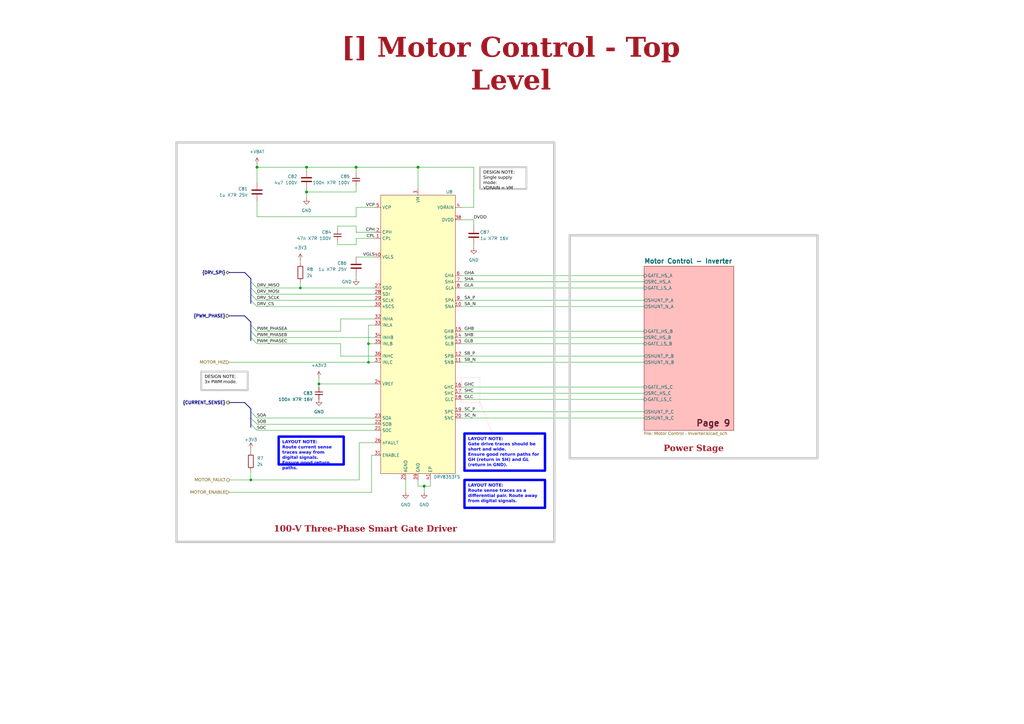
<source format=kicad_sch>
(kicad_sch (version 20230121) (generator eeschema)
  (paper "A3")
  (title_block (title "Motor Control - Top Level") (date "2023-10-16") (rev "${REVISION}") (company "${COMPANY}"))
  (lib_symbols
    (symbol "0_motor_driver:DRV8353FS"
      (property "Reference" "U" (at -13.97 86.36 0))
      (property "Value" "DRV8353FS" (at 7.62 0 0))
      (symbol "DRV8353FS_1_1"
        (rectangle (start -15.24 95.25) (end 15.24 -19.05) (fill (type background)))
        (pin passive line (at -17.78 77.47 0) (length 2.54) (name "CPL") (number "1"))
        (pin input line (at 17.78 49.53 180) (length 2.54) (name "SNA") (number "10"))
        (pin input line (at 17.78 26.67 180) (length 2.54) (name "SNB") (number "11"))
        (pin input line (at 17.78 29.21 180) (length 2.54) (name "SPB") (number "12"))
        (pin output line (at 17.78 34.29 180) (length 2.54) (name "GLB") (number "13"))
        (pin input line (at 17.78 36.83 180) (length 2.54) (name "SHB") (number "14"))
        (pin output line (at 17.78 39.37 180) (length 2.54) (name "GHB") (number "15"))
        (pin output line (at 17.78 16.51 180) (length 2.54) (name "GHC") (number "16"))
        (pin input line (at 17.78 13.97 180) (length 2.54) (name "SHC") (number "17"))
        (pin output line (at 17.78 11.43 180) (length 2.54) (name "GLC") (number "18"))
        (pin input line (at 17.78 6.35 180) (length 2.54) (name "SPC") (number "19"))
        (pin passive line (at -17.78 80.01 0) (length 2.54) (name "CPH") (number "2"))
        (pin input line (at 17.78 3.81 180) (length 2.54) (name "SNC") (number "20"))
        (pin output line (at -17.78 -1.27 0) (length 2.54) (name "SOC") (number "21"))
        (pin output line (at -17.78 1.27 0) (length 2.54) (name "SOB") (number "22"))
        (pin output line (at -17.78 3.81 0) (length 2.54) (name "SOA") (number "23"))
        (pin power_in line (at -17.78 17.78 0) (length 2.54) (name "VREF") (number "24"))
        (pin power_in line (at -5.08 -21.59 90) (length 2.54) (name "AGND") (number "25"))
        (pin open_collector line (at -17.78 -6.35 0) (length 2.54) (name "nFAULT") (number "26"))
        (pin open_collector line (at -17.78 57.15 0) (length 2.54) (name "SDO") (number "27"))
        (pin input line (at -17.78 54.61 0) (length 2.54) (name "SDI") (number "28"))
        (pin input line (at -17.78 52.07 0) (length 2.54) (name "SCLK") (number "29"))
        (pin power_in line (at 0 97.79 270) (length 2.54) (name "VM") (number "3"))
        (pin input line (at -17.78 49.53 0) (length 2.54) (name "nSCS") (number "30"))
        (pin input line (at -17.78 -11.43 0) (length 2.54) (name "ENABLE") (number "31"))
        (pin input line (at -17.78 44.45 0) (length 2.54) (name "INHA") (number "32"))
        (pin input line (at -17.78 41.91 0) (length 2.54) (name "INLA") (number "33"))
        (pin input line (at -17.78 36.83 0) (length 2.54) (name "INHB") (number "34"))
        (pin input line (at -17.78 34.29 0) (length 2.54) (name "INLB") (number "35"))
        (pin input line (at -17.78 29.21 0) (length 2.54) (name "INHC") (number "36"))
        (pin input line (at -17.78 26.67 0) (length 2.54) (name "INLC") (number "37"))
        (pin power_out line (at 17.78 85.09 180) (length 2.54) (name "DVDD") (number "38"))
        (pin power_in line (at 0 -21.59 90) (length 2.54) (name "GND") (number "39"))
        (pin input line (at 17.78 90.17 180) (length 2.54) (name "VDRAIN") (number "4"))
        (pin passive line (at -17.78 69.85 0) (length 2.54) (name "VGLS") (number "40"))
        (pin passive line (at 5.08 -21.59 90) (length 2.54) (name "EP") (number "41"))
        (pin passive line (at -17.78 90.17 0) (length 2.54) (name "VCP") (number "5"))
        (pin output line (at 17.78 62.23 180) (length 2.54) (name "GHA") (number "6"))
        (pin input line (at 17.78 59.69 180) (length 2.54) (name "SHA") (number "7"))
        (pin output line (at 17.78 57.15 180) (length 2.54) (name "GLA") (number "8"))
        (pin input line (at 17.78 52.07 180) (length 2.54) (name "SPA") (number "9"))
      )
    )
    (symbol "0_power_symbols:+A3V3" (power) (pin_names (offset 0))
      (property "Value" "+A3V3" (at 0 3.556 0))
      (symbol "+A3V3_0_1"
        (polyline (pts (xy -0.762 1.27) (xy 0 2.54)))
        (polyline (pts (xy 0 0) (xy 0 2.54)))
        (polyline (pts (xy 0 2.54) (xy 0.762 1.27)))
      )
      (symbol "+A3V3_1_1"
        (pin power_in line (at 0 0 90) (length 0) hide (name "+A3V3") (number "1"))
      )
    )
    (symbol "0_power_symbols:+VBAT" (power) (pin_names (offset 0))
      (property "Value" "+VBAT" (at 0 3.556 0))
      (symbol "+VBAT_0_1"
        (polyline (pts (xy -0.762 1.27) (xy 0 2.54)))
        (polyline (pts (xy 0 0) (xy 0 2.54)))
        (polyline (pts (xy 0 2.54) (xy 0.762 1.27)))
      )
      (symbol "+VBAT_1_1"
        (pin power_in line (at 0 0 90) (length 0) hide (name "+VBAT") (number "1"))
      )
    )
    (symbol "Device:C" (pin_numbers hide) (pin_names (offset 0.254))
      (property "Reference" "C" (at 0.635 2.54 0))
      (property "Value" "C" (at 0.635 -2.54 0))
      (symbol "C_0_1"
        (polyline (pts (xy -2.032 -0.762) (xy 2.032 -0.762)) (stroke (width 0.508)))
        (polyline (pts (xy -2.032 0.762) (xy 2.032 0.762)) (stroke (width 0.508)))
      )
      (symbol "C_1_1"
        (pin passive line (at 0 3.81 270) (length 2.794) (name "~") (number "1"))
        (pin passive line (at 0 -3.81 90) (length 2.794) (name "~") (number "2"))
      )
    )
    (symbol "Device:C_Small" (pin_numbers hide) (pin_names (offset 0.254) hide)
      (property "Reference" "C" (at 0.254 1.778 0))
      (property "Value" "C_Small" (at 0.254 -2.032 0))
      (symbol "C_Small_0_1"
        (polyline (pts (xy -1.524 -0.508) (xy 1.524 -0.508)) (stroke (width 0.3302)))
        (polyline (pts (xy -1.524 0.508) (xy 1.524 0.508)) (stroke (width 0.3048)))
      )
      (symbol "C_Small_1_1"
        (pin passive line (at 0 2.54 270) (length 2.032) (name "~") (number "1"))
        (pin passive line (at 0 -2.54 90) (length 2.032) (name "~") (number "2"))
      )
    )
    (symbol "Device:R" (pin_numbers hide) (pin_names (offset 0))
      (property "Reference" "R" (at 2.032 0 90))
      (property "Value" "R" (at 0 0 90))
      (symbol "R_0_1"
        (rectangle (start -1.016 -2.54) (end 1.016 2.54) (stroke (width 0.254)))
      )
      (symbol "R_1_1"
        (pin passive line (at 0 3.81 270) (length 1.27) (name "~") (number "1"))
        (pin passive line (at 0 -3.81 90) (length 1.27) (name "~") (number "2"))
      )
    )
    (symbol "power:+3V3" (power) (pin_names (offset 0))
      (property "Value" "+3V3" (at 0 3.556 0))
      (symbol "+3V3_0_1"
        (polyline (pts (xy -0.762 1.27) (xy 0 2.54)))
        (polyline (pts (xy 0 0) (xy 0 2.54)))
        (polyline (pts (xy 0 2.54) (xy 0.762 1.27)))
      )
      (symbol "+3V3_1_1"
        (pin power_in line (at 0 0 90) (length 0) hide (name "+3V3") (number "1"))
      )
    )
    (symbol "power:GND" (power) (pin_names (offset 0))
      (property "Value" "GND" (at 0 -3.81 0))
      (symbol "GND_0_1"
        (polyline (pts (xy 0 0) (xy 0 -1.27) (xy 1.27 -1.27) (xy 0 -2.54) (xy -1.27 -1.27) (xy 0 -1.27)))
      )
      (symbol "GND_1_1"
        (pin power_in line (at 0 0 270) (length 0) hide (name "GND") (number "1"))
      )
    )
  )
  (junction (at 125.73 78.74) (diameter 1.016))
  (junction (at 146.05 68.58) (diameter 1.016))
  (junction (at 125.73 68.58) (diameter 1.016))
  (junction (at 173.99 199.39) (diameter 1.016))
  (junction (at 105.41 68.58) (diameter 1.016))
  (junction (at 171.45 68.58) (diameter 1.016))
  (junction (at 123.19 118.11))
  (junction (at 130.81 157.48))
  (junction (at 151.13 140.97))
  (junction (at 102.87 196.85))
  (junction (at 151.13 148.59))
  (bus_entry (at 105.41 123.19) (size -2.54 -2.54))
  (bus_entry (at 105.41 176.53) (size -2.54 -2.54))
  (bus_entry (at 105.41 140.97) (size -2.54 -2.54))
  (bus_entry (at 105.41 171.45) (size -2.54 -2.54))
  (bus_entry (at 105.41 125.73) (size -2.54 -2.54))
  (bus_entry (at 105.41 173.99) (size -2.54 -2.54))
  (bus_entry (at 105.41 120.65) (size -2.54 -2.54))
  (bus_entry (at 105.41 118.11) (size -2.54 -2.54))
  (bus_entry (at 105.41 138.43) (size -2.54 -2.54))
  (bus_entry (at 105.41 135.89) (size -2.54 -2.54))
  (wire (pts (xy 189.23 146.05) (xy 264.16 146.05)))
  (wire (pts (xy 138.43 92.71) (xy 146.05 92.71)))
  (bus (pts (xy 102.87 118.11) (xy 102.87 120.65)))
  (wire (pts (xy 171.45 68.58) (xy 194.31 68.58)))
  (wire (pts (xy 152.4 186.69) (xy 153.67 186.69)))
  (wire (pts (xy 105.41 171.45) (xy 153.67 171.45)))
  (wire (pts (xy 123.19 115.57) (xy 123.19 118.11)))
  (wire (pts (xy 105.41 138.43) (xy 153.67 138.43)))
  (wire (pts (xy 138.43 100.33) (xy 146.05 100.33)))
  (bus (pts (xy 100.33 111.76) (xy 93.98 111.76)))
  (wire (pts (xy 194.31 90.17) (xy 189.23 90.17)))
  (wire (pts (xy 105.41 140.97) (xy 139.7 140.97)))
  (wire (pts (xy 173.99 201.93) (xy 173.99 199.39)))
  (bus (pts (xy 102.87 167.64) (xy 100.33 165.1)))
  (bus (pts (xy 102.87 138.43) (xy 102.87 139.7)))
  (wire (pts (xy 146.05 105.41) (xy 153.67 105.41)))
  (wire (pts (xy 194.31 100.33) (xy 194.31 101.6)))
  (wire (pts (xy 105.41 88.9) (xy 146.05 88.9)))
  (wire (pts (xy 171.45 68.58) (xy 171.45 77.47)))
  (wire (pts (xy 130.81 157.48) (xy 130.81 158.75)))
  (bus (pts (xy 102.87 132.08) (xy 100.33 129.54)))
  (bus (pts (xy 102.87 167.64) (xy 102.87 168.91)))
  (wire (pts (xy 171.45 199.39) (xy 173.99 199.39)))
  (wire (pts (xy 153.67 146.05) (xy 139.7 146.05)))
  (wire (pts (xy 102.87 196.85) (xy 147.32 196.85)))
  (bus (pts (xy 102.87 120.65) (xy 102.87 123.19)))
  (wire (pts (xy 146.05 100.33) (xy 146.05 97.79)))
  (bus (pts (xy 102.87 133.35) (xy 102.87 135.89)))
  (wire (pts (xy 189.23 138.43) (xy 264.16 138.43)))
  (bus (pts (xy 102.87 115.57) (xy 102.87 118.11)))
  (wire (pts (xy 153.67 133.35) (xy 151.13 133.35)))
  (wire (pts (xy 93.98 196.85) (xy 102.87 196.85)))
  (wire (pts (xy 189.23 125.73) (xy 264.16 125.73)))
  (wire (pts (xy 189.23 158.75) (xy 264.16 158.75)))
  (bus (pts (xy 102.87 123.19) (xy 102.87 124.46)))
  (wire (pts (xy 102.87 184.15) (xy 102.87 185.42)))
  (wire (pts (xy 151.13 148.59) (xy 153.67 148.59)))
  (wire (pts (xy 166.37 196.85) (xy 166.37 201.93)))
  (wire (pts (xy 102.87 193.04) (xy 102.87 196.85)))
  (wire (pts (xy 125.73 68.58) (xy 125.73 69.85)))
  (wire (pts (xy 152.4 201.93) (xy 152.4 186.69)))
  (wire (pts (xy 123.19 106.68) (xy 123.19 107.95)))
  (wire (pts (xy 146.05 85.09) (xy 153.67 85.09)))
  (wire (pts (xy 146.05 78.74) (xy 146.05 76.2)))
  (wire (pts (xy 189.23 118.11) (xy 264.16 118.11)))
  (wire (pts (xy 146.05 88.9) (xy 146.05 85.09)))
  (wire (pts (xy 105.41 68.58) (xy 105.41 74.93)))
  (wire (pts (xy 189.23 135.89) (xy 264.16 135.89)))
  (wire (pts (xy 105.41 118.11) (xy 123.19 118.11)))
  (wire (pts (xy 139.7 146.05) (xy 139.7 140.97)))
  (wire (pts (xy 93.98 201.93) (xy 152.4 201.93)))
  (wire (pts (xy 125.73 68.58) (xy 146.05 68.58)))
  (wire (pts (xy 93.98 148.59) (xy 151.13 148.59)))
  (wire (pts (xy 105.41 176.53) (xy 153.67 176.53)))
  (wire (pts (xy 176.53 199.39) (xy 176.53 196.85)))
  (wire (pts (xy 171.45 199.39) (xy 171.45 196.85)))
  (wire (pts (xy 189.23 161.29) (xy 264.16 161.29)))
  (wire (pts (xy 105.41 67.31) (xy 105.41 68.58)))
  (wire (pts (xy 151.13 140.97) (xy 151.13 148.59)))
  (wire (pts (xy 189.23 113.03) (xy 264.16 113.03)))
  (wire (pts (xy 105.41 82.55) (xy 105.41 88.9)))
  (wire (pts (xy 189.23 171.45) (xy 264.16 171.45)))
  (wire (pts (xy 189.23 85.09) (xy 194.31 85.09)))
  (wire (pts (xy 151.13 133.35) (xy 151.13 140.97)))
  (wire (pts (xy 105.41 173.99) (xy 153.67 173.99)))
  (wire (pts (xy 189.23 115.57) (xy 264.16 115.57)))
  (wire (pts (xy 125.73 78.74) (xy 125.73 77.47)))
  (wire (pts (xy 105.41 125.73) (xy 153.67 125.73)))
  (bus (pts (xy 102.87 114.3) (xy 102.87 115.57)))
  (wire (pts (xy 147.32 181.61) (xy 153.67 181.61)))
  (wire (pts (xy 139.7 130.81) (xy 153.67 130.81)))
  (bus (pts (xy 102.87 135.89) (xy 102.87 138.43)))
  (polyline (pts (xy 196.85 165.1) (xy 201.93 177.8)) (stroke (width 0) (type dot) (color 255 0 0 1)))
  (wire (pts (xy 130.81 157.48) (xy 153.67 157.48)))
  (bus (pts (xy 102.87 114.3) (xy 100.33 111.76)))
  (bus (pts (xy 100.33 165.1) (xy 93.98 165.1)))
  (bus (pts (xy 102.87 171.45) (xy 102.87 173.99)))
  (wire (pts (xy 151.13 140.97) (xy 153.67 140.97)))
  (wire (pts (xy 189.23 163.83) (xy 264.16 163.83)))
  (wire (pts (xy 125.73 78.74) (xy 125.73 81.28)))
  (wire (pts (xy 147.32 196.85) (xy 147.32 181.61)))
  (wire (pts (xy 189.23 148.59) (xy 264.16 148.59)))
  (wire (pts (xy 146.05 92.71) (xy 146.05 95.25)))
  (wire (pts (xy 146.05 95.25) (xy 153.67 95.25)))
  (wire (pts (xy 105.41 135.89) (xy 139.7 135.89)))
  (wire (pts (xy 189.23 168.91) (xy 264.16 168.91)))
  (wire (pts (xy 105.41 68.58) (xy 125.73 68.58)))
  (wire (pts (xy 194.31 92.71) (xy 194.31 90.17)))
  (wire (pts (xy 146.05 68.58) (xy 146.05 71.12)))
  (wire (pts (xy 138.43 99.06) (xy 138.43 100.33)))
  (wire (pts (xy 138.43 92.71) (xy 138.43 93.98)))
  (wire (pts (xy 146.05 68.58) (xy 171.45 68.58)))
  (wire (pts (xy 194.31 68.58) (xy 194.31 85.09)))
  (wire (pts (xy 189.23 140.97) (xy 264.16 140.97)))
  (wire (pts (xy 125.73 78.74) (xy 146.05 78.74)))
  (wire (pts (xy 139.7 135.89) (xy 139.7 130.81)))
  (wire (pts (xy 105.41 123.19) (xy 153.67 123.19)))
  (bus (pts (xy 102.87 173.99) (xy 102.87 175.26)))
  (wire (pts (xy 105.41 120.65) (xy 153.67 120.65)))
  (bus (pts (xy 102.87 168.91) (xy 102.87 171.45)))
  (wire (pts (xy 146.05 113.03) (xy 146.05 114.3)))
  (bus (pts (xy 100.33 129.54) (xy 93.98 129.54)))
  (wire (pts (xy 146.05 97.79) (xy 153.67 97.79)))
  (wire (pts (xy 173.99 199.39) (xy 176.53 199.39)))
  (wire (pts (xy 123.19 118.11) (xy 153.67 118.11)))
  (bus (pts (xy 102.87 132.08) (xy 102.87 133.35)))
  (wire (pts (xy 189.23 123.19) (xy 264.16 123.19)))
  (wire (pts (xy 130.81 154.94) (xy 130.81 157.48)))
  (rectangle (start 189.23 154.94) (end 196.85 165.1) (stroke (width 0) (type dot) (color 255 0 0 1)))
  (rectangle (start 72.39 58.42) (end 227.33 222.25) (stroke (width 1) (color 200 200 200 1)))
  (rectangle (start 233.68 96.52) (end 335.28 187.96) (stroke (width 1) (color 200 200 200 1)))
  (text_box "DESIGN NOTE:\n3x PWM mode." (at 82.55 152.4 0) (size 19.05 7.62) (stroke (width 0.8) (color 200 200 200 1)) (effects (font (size 1.27 1.27)) (justify left top)))
  (text_box "[${#}] ${TITLE}" (at 128.27 20.32 0) (size 162.56 12.7) (stroke (width -0.0001)) (effects (font (size 8 8) (thickness 1.2) bold)))
  (text_box "LAYOUT NOTE:\nGate drive traces should be short and wide. \nEnsure good return paths for GH (return in SH) and GL (return in GND)." (at 190.5 177.8 0) (size 33.02 15.24) (stroke (width 1) (color 0 0 255 1)) (effects (font (size 1.27 1.27) (thickness 0.4) bold) (justify left top)))
  (text_box "LAYOUT NOTE:\nRoute sense traces as a differential pair. Route away from digital signals." (at 190.5 196.85 0) (size 33.02 11.43) (stroke (width 1) (color 0 0 255 1)) (effects (font (size 1.27 1.27) (thickness 0.4) bold) (justify left top)))
  (text_box "DESIGN NOTE:\nSingle supply mode:\nVDRAIN = VM" (at 196.85 68.58 0) (size 19.05 8.89) (stroke (width 0.8) (color 200 200 200 1)) (effects (font (size 1.27 1.27)) (justify left top)))
  (text_box "LAYOUT NOTE:\nRoute current sense traces away from digital signals.\nEnsure good return paths." (at 114.3 179.07 0) (size 26.67 11.43) (stroke (width 1) (color 0 0 255 1)) (effects (font (size 1.27 1.27) (thickness 0.4) bold) (justify left top)))
  (text_box "Power Stage" (at 236.22 177.8 0) (size 96.52 9.525) (stroke (width -0.0001)) (effects (font (size 2.54 2.54) (thickness 0.508) bold) (justify bottom)))
  (text_box "100-V Three-Phase Smart Gate Driver" (at 73.66 210.82 0) (size 152.4 9.525) (stroke (width -0.0001)) (effects (font (size 2.54 2.54) (thickness 0.508) bold) (justify bottom)))
  (text "Page 9" (at 299.72 175.26 0) (effects (font (size 2.54 2.54) bold) (justify right bottom)))
  (label "DRV_MOSI" (at 105.41 120.65 0))
  (label "SB_P" (at 190.5 146.05 0))
  (label "PWM_PHASEA" (at 105.41 135.89 0))
  (label "SHA" (at 190.5 115.57 0))
  (label "SOA" (at 105.41 171.45 0))
  (label "DRV_CS" (at 105.41 125.73 0))
  (label "GLA" (at 190.5 118.11 0))
  (label "PWM_PHASEB" (at 105.41 138.43 0))
  (label "GLC" (at 190.5 163.83 0))
  (label "SB_N" (at 190.5 148.59 0))
  (label "GLB" (at 190.5 140.97 0))
  (label "GHC" (at 190.5 158.75 0))
  (label "DVDD" (at 194.31 90.17 0))
  (label "CPL" (at 153.67 97.79 180))
  (label "SA_P" (at 190.5 123.19 0))
  (label "CPH" (at 153.67 95.25 180))
  (label "SC_P" (at 190.5 168.91 0))
  (label "VGLS" (at 153.67 105.41 180))
  (label "DRV_MISO" (at 105.41 118.11 0))
  (label "SA_N" (at 190.5 125.73 0))
  (label "SOC" (at 105.41 176.53 0))
  (label "PWM_PHASEC" (at 105.41 140.97 0))
  (label "SOB" (at 105.41 173.99 0))
  (label "SHC" (at 190.5 161.29 0))
  (label "GHA" (at 190.5 113.03 0))
  (label "VCP" (at 153.67 85.09 180))
  (label "SHB" (at 190.5 138.43 0))
  (label "SC_N" (at 190.5 171.45 0))
  (label "DRV_SCLK" (at 105.41 123.19 0))
  (label "GHB" (at 190.5 135.89 0))
  (hierarchical_label "MOTOR_HIZ" (shape input) (at 93.98 148.59 180))
  (hierarchical_label "{PWM_PHASE}" (shape input) (at 93.98 129.54 180) (effects (font bold)))
  (hierarchical_label "MOTOR_ENABLE" (shape input) (at 93.98 201.93 180))
  (hierarchical_label "{DRV_SPI}" (shape bidirectional) (at 93.98 111.76 180) (effects (font bold)))
  (hierarchical_label "MOTOR_FAULT" (shape output) (at 93.98 196.85 180))
  (hierarchical_label "{CURRENT_SENSE}" (shape output) (at 93.98 165.1 180) (effects (font bold)))
  (symbol (lib_id "power:GND") (at 146.05 114.3 0) (unit 1)
    (property "Reference" "#PWR031" (effects hide))
    (property "Value" "GND" (at 142.24 115.57 0))
  )
  (symbol (lib_id "0_power_symbols:+VBAT") (at 105.41 67.31 0) (unit 1)
    (property "Reference" "#PWR026" (effects hide))
    (property "Value" "+VBAT" (at 105.41 62.23 0))
  )
  (symbol (lib_id "Device:C_Small") (at 130.81 161.29 0) (mirror y) (unit 1)
    (property "Reference" "C83" (at 128.27 161.29 0) (effects (justify left)))
    (property "Value" "100n X7R 16V" (at 128.27 163.83 0) (effects (justify left)))
    (property "Footprint" "0_capacitor_smd:C_0402_1005_DensityHigh" (effects hide))
  )
  (symbol (lib_id "0_power_symbols:+A3V3") (at 130.81 154.94 0) (unit 1)
    (property "Reference" "#PWR029" (effects hide))
    (property "Value" "+A3V3" (at 130.81 149.86 0))
  )
  (symbol (lib_id "Device:C_Small") (at 146.05 73.66 0) (mirror y) (unit 1)
    (property "Reference" "C85" (at 143.51 72.39 0) (effects (justify left)))
    (property "Value" "100n X7R 100V" (at 143.51 74.93 0) (effects (justify left)))
    (property "Footprint" "0_capacitor_smd:C_0402_1005_DensitySpaced" (effects hide))
  )
  (symbol (lib_id "Device:C") (at 146.05 109.22 0) (mirror y) (unit 1)
    (property "Reference" "C86" (at 142.24 107.95 0) (effects (justify left)))
    (property "Value" "1u X7R 25V" (at 142.24 110.49 0) (effects (justify left)))
    (property "Footprint" "0_capacitor_smd:C_0402_1005_DensityHigh" (effects hide))
  )
  (symbol (lib_id "power:GND") (at 173.99 201.93 0) (unit 1)
    (property "Reference" "#PWR033" (effects hide))
    (property "Value" "GND" (at 173.99 207.01 0))
  )
  (symbol (lib_id "power:GND") (at 130.81 163.83 0) (unit 1)
    (property "Reference" "#PWR030" (effects hide))
    (property "Value" "GND" (at 130.81 168.91 0))
  )
  (symbol (lib_id "Device:C") (at 125.73 73.66 0) (mirror y) (unit 1)
    (property "Reference" "C82" (at 121.92 72.39 0) (effects (justify left)))
    (property "Value" "4u7 100V" (at 121.92 74.93 0) (effects (justify left)))
    (property "Footprint" "0_capacitor_smd:C_1206_3216_DensityHighest" (effects hide))
  )
  (symbol (lib_id "Device:C") (at 194.31 96.52 0) (unit 1)
    (property "Reference" "C87" (at 196.85 95.25 0) (effects (justify left)))
    (property "Value" "1u X7R 16V" (at 196.85 97.79 0) (effects (justify left)))
    (property "Footprint" "0_capacitor_smd:C_0402_1005_DensityHigh" (effects hide))
  )
  (symbol (lib_id "Device:R") (at 102.87 189.23 0) (unit 1)
    (property "Reference" "R7" (at 105.41 187.96 0) (effects (justify left)))
    (property "Value" "2k" (at 105.41 190.5 0) (effects (justify left)))
    (property "Footprint" "0_resistor_smd:R_0402_1005_DensityHigh" (effects hide))
  )
  (symbol (lib_id "Device:C") (at 105.41 78.74 0) (mirror y) (unit 1)
    (property "Reference" "C81" (at 101.6 77.47 0) (effects (justify left)))
    (property "Value" "1u X7R 25V" (at 101.6 80.01 0) (effects (justify left)))
    (property "Footprint" "0_capacitor_smd:C_0402_1005_DensitySpaced" (effects hide))
  )
  (symbol (lib_id "power:+3V3") (at 123.19 106.68 0) (unit 1)
    (property "Reference" "#PWR027" (effects hide))
    (property "Value" "+3V3" (at 123.19 101.6 0))
  )
  (symbol (lib_id "Device:C_Small") (at 138.43 96.52 0) (mirror y) (unit 1)
    (property "Reference" "C84" (at 135.89 95.25 0) (effects (justify left)))
    (property "Value" "47n X7R 100V" (at 135.89 97.79 0) (effects (justify left)))
    (property "Footprint" "0_capacitor_smd:C_0402_1005_DensityHigh" (effects hide))
  )
  (symbol (lib_id "power:GND") (at 194.31 101.6 0) (unit 1)
    (property "Reference" "#PWR034" (effects hide))
    (property "Value" "GND" (at 194.31 106.68 0))
  )
  (symbol (lib_id "0_motor_driver:DRV8353FS") (at 171.45 175.26 0) (unit 1)
    (property "Reference" "U8" (at 182.88 78.74 0) (effects (justify left)))
    (property "Value" "DRV8353FS" (at 177.8 195.58 0) (effects (justify left)))
    (property "Footprint" "0_package_DFN_QFN:WQFN-40-1EP_6x6mm_P0.5mm_EP4.15x4.15mm_ThermalVias" (effects hide))
    (property "Datasheet" "https://www.ti.com/lit/ds/symlink/drv8353f.pdf" (effects hide))
  )
  (symbol (lib_id "power:+3V3") (at 102.87 184.15 0) (unit 1)
    (property "Reference" "#PWR025" (effects hide))
    (property "Value" "+3V3" (at 102.87 180.34 0))
  )
  (symbol (lib_id "Device:R") (at 123.19 111.76 0) (unit 1)
    (property "Reference" "R8" (at 125.73 110.49 0) (effects (justify left)))
    (property "Value" "2k" (at 125.73 113.03 0) (effects (justify left)))
    (property "Footprint" "0_resistor_smd:R_0402_1005_DensityHigh" (effects hide))
  )
  (symbol (lib_id "power:GND") (at 125.73 81.28 0) (unit 1)
    (property "Reference" "#PWR028" (effects hide))
    (property "Value" "GND" (at 125.73 86.36 0))
  )
  (symbol (lib_id "power:GND") (at 166.37 201.93 0) (unit 1)
    (property "Reference" "#PWR032" (effects hide))
    (property "Value" "GND" (at 166.37 207.01 0))
  )
  (sheet (at 264.16 109.22) (size 36.83 67.31) (stroke (width 0.1524)) (fill (color 255 128 128 0.5000))
    (property "Sheetname" "Motor Control - Inverter" (at 264.16 108.1909 0) (effects (font (size 1.905 1.905) bold) (justify left bottom)))
    (property "Sheetfile" "Motor Control - Inverter.kicad_sch" (at 264.16 177.1146 0) (effects (justify left top)))
    (pin "GATE_HS_C" input (at 264.16 158.75 180))
    (pin "SRC_HS_C" output (at 264.16 161.29 180))
    (pin "GATE_LS_C" input (at 264.16 163.83 180))
    (pin "SHUNT_P_C" output (at 264.16 168.91 180))
    (pin "SHUNT_N_C" output (at 264.16 171.45 180))
    (pin "SRC_HS_B" output (at 264.16 138.43 180))
    (pin "SHUNT_P_B" output (at 264.16 146.05 180))
    (pin "SHUNT_N_B" output (at 264.16 148.59 180))
    (pin "GATE_HS_B" input (at 264.16 135.89 180))
    (pin "SRC_HS_A" output (at 264.16 115.57 180))
    (pin "GATE_LS_A" input (at 264.16 118.11 180))
    (pin "GATE_HS_A" input (at 264.16 113.03 180))
    (pin "SHUNT_P_A" output (at 264.16 123.19 180))
    (pin "SHUNT_N_A" output (at 264.16 125.73 180))
    (pin "GATE_LS_B" input (at 264.16 140.97 180))
  )
)
</source>
